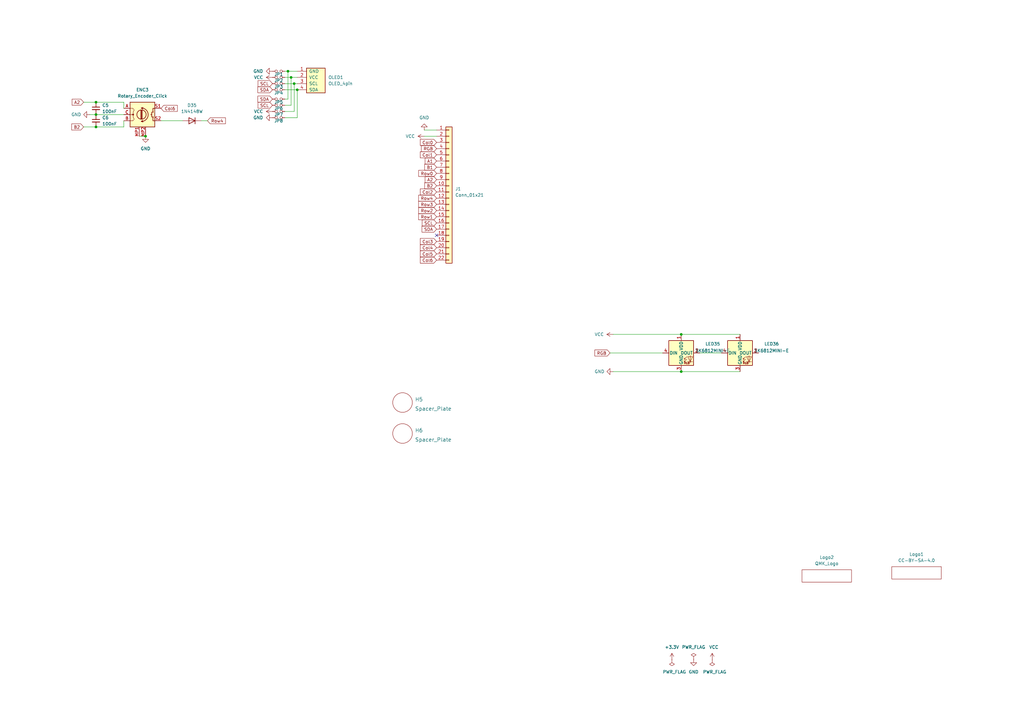
<source format=kicad_sch>
(kicad_sch (version 20211123) (generator eeschema)
  (paper "A3")
  (title_block (title "RefleXion 65 - Large Module") (date "2022-10-10") (rev "v1.0.0") (company "Tweety's Wild Thinking") (comment 1 "Design: Markus Knutsson <markus.knutsson@tweety.se>") (comment 2 "Concept: Pedro Quaresma <pq@live.ie>") (comment 3 "https://github.com/TweetyDaBird") (comment 4 "Licensed under Creative Commons BY-SA 4.0 International "))
  (lib_symbols
    (symbol "Connector_Generic:Conn_01x22" (pin_names (offset 1.016) hide)
      (property "Reference" "J" (at 0 27.94 0))
      (property "Value" "Conn_01x22" (at 0 -30.48 0))
      (symbol "Conn_01x22_1_1"
        (rectangle (start -1.27 -27.813) (end 0 -28.067) (stroke (width 0.1524)))
        (rectangle (start -1.27 -25.273) (end 0 -25.527) (stroke (width 0.1524)))
        (rectangle (start -1.27 -22.733) (end 0 -22.987) (stroke (width 0.1524)))
        (rectangle (start -1.27 -20.193) (end 0 -20.447) (stroke (width 0.1524)))
        (rectangle (start -1.27 -17.653) (end 0 -17.907) (stroke (width 0.1524)))
        (rectangle (start -1.27 -15.113) (end 0 -15.367) (stroke (width 0.1524)))
        (rectangle (start -1.27 -12.573) (end 0 -12.827) (stroke (width 0.1524)))
        (rectangle (start -1.27 -10.033) (end 0 -10.287) (stroke (width 0.1524)))
        (rectangle (start -1.27 -7.493) (end 0 -7.747) (stroke (width 0.1524)))
        (rectangle (start -1.27 -4.953) (end 0 -5.207) (stroke (width 0.1524)))
        (rectangle (start -1.27 -2.413) (end 0 -2.667) (stroke (width 0.1524)))
        (rectangle (start -1.27 0.127) (end 0 -0.127) (stroke (width 0.1524)))
        (rectangle (start -1.27 2.667) (end 0 2.413) (stroke (width 0.1524)))
        (rectangle (start -1.27 5.207) (end 0 4.953) (stroke (width 0.1524)))
        (rectangle (start -1.27 7.747) (end 0 7.493) (stroke (width 0.1524)))
        (rectangle (start -1.27 10.287) (end 0 10.033) (stroke (width 0.1524)))
        (rectangle (start -1.27 12.827) (end 0 12.573) (stroke (width 0.1524)))
        (rectangle (start -1.27 15.367) (end 0 15.113) (stroke (width 0.1524)))
        (rectangle (start -1.27 17.907) (end 0 17.653) (stroke (width 0.1524)))
        (rectangle (start -1.27 20.447) (end 0 20.193) (stroke (width 0.1524)))
        (rectangle (start -1.27 22.987) (end 0 22.733) (stroke (width 0.1524)))
        (rectangle (start -1.27 25.527) (end 0 25.273) (stroke (width 0.1524)))
        (rectangle (start -1.27 26.67) (end 1.27 -29.21) (stroke (width 0.254)) (fill (type background)))
        (pin passive line (at -5.08 25.4 0) (length 3.81) (name "Pin_1") (number "1"))
        (pin passive line (at -5.08 2.54 0) (length 3.81) (name "Pin_10") (number "10"))
        (pin passive line (at -5.08 0 0) (length 3.81) (name "Pin_11") (number "11"))
        (pin passive line (at -5.08 -2.54 0) (length 3.81) (name "Pin_12") (number "12"))
        (pin passive line (at -5.08 -5.08 0) (length 3.81) (name "Pin_13") (number "13"))
        (pin passive line (at -5.08 -7.62 0) (length 3.81) (name "Pin_14") (number "14"))
        (pin passive line (at -5.08 -10.16 0) (length 3.81) (name "Pin_15") (number "15"))
        (pin passive line (at -5.08 -12.7 0) (length 3.81) (name "Pin_16") (number "16"))
        (pin passive line (at -5.08 -15.24 0) (length 3.81) (name "Pin_17") (number "17"))
        (pin passive line (at -5.08 -17.78 0) (length 3.81) (name "Pin_18") (number "18"))
        (pin passive line (at -5.08 -20.32 0) (length 3.81) (name "Pin_19") (number "19"))
        (pin passive line (at -5.08 22.86 0) (length 3.81) (name "Pin_2") (number "2"))
        (pin passive line (at -5.08 -22.86 0) (length 3.81) (name "Pin_20") (number "20"))
        (pin passive line (at -5.08 -25.4 0) (length 3.81) (name "Pin_21") (number "21"))
        (pin passive line (at -5.08 -27.94 0) (length 3.81) (name "Pin_22") (number "22"))
        (pin passive line (at -5.08 20.32 0) (length 3.81) (name "Pin_3") (number "3"))
        (pin passive line (at -5.08 17.78 0) (length 3.81) (name "Pin_4") (number "4"))
        (pin passive line (at -5.08 15.24 0) (length 3.81) (name "Pin_5") (number "5"))
        (pin passive line (at -5.08 12.7 0) (length 3.81) (name "Pin_6") (number "6"))
        (pin passive line (at -5.08 10.16 0) (length 3.81) (name "Pin_7") (number "7"))
        (pin passive line (at -5.08 7.62 0) (length 3.81) (name "Pin_8") (number "8"))
        (pin passive line (at -5.08 5.08 0) (length 3.81) (name "Pin_9") (number "9"))
      )
    )
    (symbol "Device:C_Small" (pin_numbers hide) (pin_names (offset 0.254) hide)
      (property "Reference" "C" (at 0.254 1.778 0))
      (property "Value" "C_Small" (at 0.254 -2.032 0))
      (symbol "C_Small_0_1"
        (polyline (pts (xy -1.524 -0.508) (xy 1.524 -0.508)) (stroke (width 0.3302)))
        (polyline (pts (xy -1.524 0.508) (xy 1.524 0.508)) (stroke (width 0.3048)))
      )
      (symbol "C_Small_1_1"
        (pin passive line (at 0 2.54 270) (length 2.032) (name "~") (number "1"))
        (pin passive line (at 0 -2.54 90) (length 2.032) (name "~") (number "2"))
      )
    )
    (symbol "Device:Jumper_NO_Small" (pin_numbers hide) (pin_names (offset 0.762) hide)
      (property "Reference" "JP" (at 0 2.032 0))
      (property "Value" "Jumper_NO_Small" (at 0.254 -1.524 0))
      (symbol "Jumper_NO_Small_0_1"
        (circle (center -1.016 0) (radius 0.508))
        (circle (center 1.016 0) (radius 0.508))
        (pin passive line (at -2.54 0 0) (length 1.016) (name "1") (number "1"))
        (pin passive line (at 2.54 0 180) (length 1.016) (name "2") (number "2"))
      )
    )
    (symbol "Diode:1N4148W" (pin_numbers hide) (pin_names (offset 1.016) hide)
      (property "Reference" "D" (at 0 2.54 0))
      (property "Value" "1N4148W" (at 0 -2.54 0))
      (symbol "1N4148W_0_1"
        (polyline (pts (xy -1.27 1.27) (xy -1.27 -1.27)) (stroke (width 0.254)))
        (polyline (pts (xy 1.27 0) (xy -1.27 0)))
        (polyline (pts (xy 1.27 1.27) (xy 1.27 -1.27) (xy -1.27 0) (xy 1.27 1.27)) (stroke (width 0.254)))
      )
      (symbol "1N4148W_1_1"
        (pin passive line (at -3.81 0 0) (length 2.54) (name "K") (number "1"))
        (pin passive line (at 3.81 0 180) (length 2.54) (name "A") (number "2"))
      )
    )
    (symbol "Keyboard Common:OLED_4pin" (pin_names (offset 1.016))
      (property "Reference" "OLED" (at 0 5.08 0))
      (property "Value" "OLED_4pin" (at 0 -7.62 0))
      (symbol "OLED_4pin_1_1"
        (rectangle (start -1.27 3.81) (end 6.35 -6.35) (stroke (width 0.254)) (fill (type background)))
        (pin passive line (at -5.08 2.54 0) (length 3.81) (name "GND") (number "1"))
        (pin passive line (at -5.08 0 0) (length 3.81) (name "VCC") (number "2"))
        (pin passive line (at -5.08 -2.54 0) (length 3.81) (name "SCL") (number "3"))
        (pin passive line (at -5.08 -5.08 0) (length 3.81) (name "SDA") (number "4"))
      )
    )
    (symbol "Keyboard Switches:Rotary_Encoder_Click" (pin_names (offset 0.254) hide)
      (property "Reference" "ENC" (at 0 6.604 0))
      (property "Value" "Rotary_Encoder_Click" (at 0 8.89 0))
      (symbol "Rotary_Encoder_Click_0_1"
        (rectangle (start -5.08 5.08) (end 5.08 -5.08) (stroke (width 0.254)) (fill (type background)))
        (circle (center -3.81 0) (radius 0.254) (fill (type outline)))
        (arc (start -0.381 -2.794) (mid 2.3622 -0.0508) (end -0.381 2.667) (stroke (width 0.254)))
        (circle (center -0.381 0) (radius 1.905) (stroke (width 0.254)))
        (polyline (pts (xy -0.635 -1.778) (xy -0.635 1.778)) (stroke (width 0.254)))
        (polyline (pts (xy -0.381 -1.778) (xy -0.381 1.778)) (stroke (width 0.254)))
        (polyline (pts (xy -0.127 1.778) (xy -0.127 -1.778)) (stroke (width 0.254)))
        (polyline (pts (xy 3.81 0) (xy 3.429 0)) (stroke (width 0.254)))
        (polyline (pts (xy 3.81 1.016) (xy 3.81 -1.016)) (stroke (width 0.254)))
        (polyline (pts (xy -5.08 -2.54) (xy -3.81 -2.54) (xy -3.81 -2.032)))
        (polyline (pts (xy -5.08 2.54) (xy -3.81 2.54) (xy -3.81 2.032)))
        (polyline (pts (xy 0.254 -3.048) (xy -0.508 -2.794) (xy 0.127 -2.413)) (stroke (width 0.254)))
        (polyline (pts (xy 0.254 2.921) (xy -0.508 2.667) (xy 0.127 2.286)) (stroke (width 0.254)))
        (polyline (pts (xy 5.08 -2.54) (xy 4.318 -2.54) (xy 4.318 -1.016)) (stroke (width 0.254)))
        (polyline (pts (xy 5.08 2.54) (xy 4.318 2.54) (xy 4.318 1.016)) (stroke (width 0.254)))
        (polyline (pts (xy -5.08 0) (xy -3.81 0) (xy -3.81 -1.016) (xy -3.302 -2.032)))
        (polyline (pts (xy -4.318 0) (xy -3.81 0) (xy -3.81 1.016) (xy -3.302 2.032)))
        (circle (center 4.318 -1.016) (radius 0.127) (stroke (width 0.254)))
        (circle (center 4.318 1.016) (radius 0.127) (stroke (width 0.254)))
      )
      (symbol "Rotary_Encoder_Click_1_1"
        (pin passive line (at -7.62 2.54 0) (length 2.54) (name "A") (number "A"))
        (pin passive line (at -7.62 -2.54 0) (length 2.54) (name "B") (number "B"))
        (pin passive line (at -7.62 0 0) (length 2.54) (name "C") (number "C"))
        (pin power_in line (at -1.27 -8.89 90) (length 3.7084) (name "GND") (number "MP1"))
        (pin power_in line (at 1.27 -8.89 90) (length 3.7592) (name "GND") (number "MP2"))
        (pin passive line (at 7.62 2.54 180) (length 2.54) (name "S1") (number "S1"))
        (pin passive line (at 7.62 -2.54 180) (length 2.54) (name "S2") (number "S2"))
      )
    )
    (symbol "Keyboard_Plate:Spacer_Plate" (pin_names (offset 1.016))
      (property "Reference" "H1" (at 4.7244 1.3462 0))
      (property "Value" "Spacer_Plate" (at 4.7244 -1.3462 0))
      (symbol "Spacer_Plate_0_1"
        (circle (center 0 0) (radius 4.0132))
      )
    )
    (symbol "Logotypes:CC-BY-SA-4.0" (pin_names (offset 1.016))
      (property "Reference" "Logo" (at 0 1.27 0))
      (property "Value" "CC-BY-SA-4.0" (at 0 -1.27 0))
      (symbol "CC-BY-SA-4.0_0_1"
        (rectangle (start -10.16 2.54) (end 10.16 -2.54))
      )
    )
    (symbol "Logotypes:QMK_Logo" (pin_numbers hide) (pin_names (offset 0) hide) (in_bom no)
      (property "Reference" "Logo" (at 0 0 0))
      (property "Value" "QMK_Logo" (at 0 2.54 0))
      (symbol "QMK_Logo_0_1"
        (rectangle (start -10.16 3.81) (end 10.16 -1.27))
      )
    )
    (symbol "SK6812MINI-E_33" (pin_names (offset 0.254))
      (property "Reference" "RGB" (at 5.08 5.715 0))
      (symbol "SK6812MINI-E_33_0_0"
        (text "RGB" (at 2.286 -4.191 0) (effects (font (size 0.762 0.762))))
      )
      (symbol "SK6812MINI-E_33_0_1"
        (polyline (pts (xy 1.27 -3.556) (xy 1.778 -3.556)))
        (polyline (pts (xy 1.27 -2.54) (xy 1.778 -2.54)))
        (polyline (pts (xy 4.699 -3.556) (xy 2.667 -3.556)))
        (polyline (pts (xy 2.286 -2.54) (xy 1.27 -3.556) (xy 1.27 -3.048)))
        (polyline (pts (xy 2.286 -1.524) (xy 1.27 -2.54) (xy 1.27 -2.032)))
        (polyline (pts (xy 3.683 -1.016) (xy 3.683 -3.556) (xy 3.683 -4.064)))
        (polyline (pts (xy 4.699 -1.524) (xy 2.667 -1.524) (xy 3.683 -3.556) (xy 4.699 -1.524)))
        (rectangle (start 5.08 5.08) (end -5.08 -5.08) (stroke (width 0.254)) (fill (type background)))
      )
      (symbol "SK6812MINI-E_33_1_1"
        (pin power_in line (at 0 7.62 270) (length 2.54) (name "VDD") (number "1"))
        (pin output line (at 7.62 0 180) (length 2.54) (name "DOUT") (number "2"))
        (pin power_in line (at 0 -7.62 90) (length 2.54) (name "GND") (number "3"))
        (pin input line (at -7.62 0 0) (length 2.54) (name "DIN") (number "4"))
      )
    )
    (symbol "power:+3.3V" (power) (pin_names (offset 0))
      (property "Value" "+3.3V" (at 0 3.556 0))
      (symbol "+3.3V_0_1"
        (polyline (pts (xy -0.762 1.27) (xy 0 2.54)))
        (polyline (pts (xy 0 0) (xy 0 2.54)))
        (polyline (pts (xy 0 2.54) (xy 0.762 1.27)))
      )
      (symbol "+3.3V_1_1"
        (pin power_in line (at 0 0 90) (length 0) hide (name "+3.3V") (number "1"))
      )
    )
    (symbol "power:GND" (power) (pin_names (offset 0))
      (property "Value" "GND" (at 0 -3.81 0))
      (symbol "GND_0_1"
        (polyline (pts (xy 0 0) (xy 0 -1.27) (xy 1.27 -1.27) (xy 0 -2.54) (xy -1.27 -1.27) (xy 0 -1.27)))
      )
      (symbol "GND_1_1"
        (pin power_in line (at 0 0 270) (length 0) hide (name "GND") (number "1"))
      )
    )
    (symbol "power:PWR_FLAG" (power) (pin_numbers hide) (pin_names (offset 0) hide)
      (property "Value" "PWR_FLAG" (at 0 3.81 0))
      (symbol "PWR_FLAG_0_0"
        (pin power_out line (at 0 0 90) (length 0) (name "pwr") (number "1"))
      )
      (symbol "PWR_FLAG_0_1"
        (polyline (pts (xy 0 0) (xy 0 1.27) (xy -1.016 1.905) (xy 0 2.54) (xy 1.016 1.905) (xy 0 1.27)))
      )
    )
    (symbol "power:VCC" (power) (pin_names (offset 0))
      (property "Value" "VCC" (at 0 3.81 0))
      (symbol "VCC_0_1"
        (polyline (pts (xy -0.762 1.27) (xy 0 2.54)))
        (polyline (pts (xy 0 0) (xy 0 2.54)))
        (polyline (pts (xy 0 2.54) (xy 0.762 1.27)))
      )
      (symbol "VCC_1_1"
        (pin power_in line (at 0 0 90) (length 0) hide (name "VCC") (number "1"))
      )
    )
  )
  (junction (at 279.4 152.4))
  (junction (at 119.38 31.75))
  (junction (at 118.11 29.21))
  (junction (at 39.37 46.99))
  (junction (at 121.92 36.83))
  (junction (at 120.65 34.29))
  (junction (at 59.69 55.88))
  (junction (at 39.37 52.07))
  (junction (at 279.4 137.16))
  (junction (at 39.37 41.91))
  (no_connect (at 179.07 96.52))
  (wire (pts (xy 118.11 29.21) (xy 118.11 40.64)))
  (wire (pts (xy 120.65 34.29) (xy 116.84 34.29)))
  (wire (pts (xy 57.15 55.88) (xy 59.69 55.88)))
  (wire (pts (xy 250.19 144.78) (xy 271.78 144.78)))
  (wire (pts (xy 39.37 46.99) (xy 50.8 46.99)))
  (wire (pts (xy 34.29 52.07) (xy 39.37 52.07)))
  (wire (pts (xy 173.99 53.34) (xy 179.07 53.34)))
  (wire (pts (xy 34.29 41.91) (xy 39.37 41.91)))
  (wire (pts (xy 279.4 137.16) (xy 303.53 137.16)))
  (wire (pts (xy 66.04 49.53) (xy 74.93 49.53)))
  (wire (pts (xy 121.92 34.29) (xy 120.65 34.29)))
  (wire (pts (xy 50.8 49.53) (xy 50.8 52.07)))
  (wire (pts (xy 116.84 29.21) (xy 118.11 29.21)))
  (wire (pts (xy 39.37 41.91) (xy 50.8 41.91)))
  (wire (pts (xy 121.92 48.26) (xy 116.84 48.26)))
  (wire (pts (xy 121.92 29.21) (xy 118.11 29.21)))
  (wire (pts (xy 85.09 49.53) (xy 82.55 49.53)))
  (wire (pts (xy 119.38 31.75) (xy 119.38 43.18)))
  (wire (pts (xy 121.92 36.83) (xy 121.92 48.26)))
  (wire (pts (xy 116.84 45.72) (xy 120.65 45.72)))
  (wire (pts (xy 36.83 46.99) (xy 39.37 46.99)))
  (wire (pts (xy 120.65 45.72) (xy 120.65 34.29)))
  (wire (pts (xy 116.84 40.64) (xy 118.11 40.64)))
  (wire (pts (xy 279.4 152.4) (xy 303.53 152.4)))
  (wire (pts (xy 173.99 55.88) (xy 179.07 55.88)))
  (wire (pts (xy 50.8 44.45) (xy 50.8 41.91)))
  (wire (pts (xy 295.91 144.78) (xy 287.02 144.78)))
  (wire (pts (xy 121.92 31.75) (xy 119.38 31.75)))
  (wire (pts (xy 119.38 43.18) (xy 116.84 43.18)))
  (wire (pts (xy 251.46 137.16) (xy 279.4 137.16)))
  (wire (pts (xy 116.84 31.75) (xy 119.38 31.75)))
  (wire (pts (xy 50.8 52.07) (xy 39.37 52.07)))
  (wire (pts (xy 121.92 36.83) (xy 116.84 36.83)))
  (wire (pts (xy 251.46 152.4) (xy 279.4 152.4)))
  (global_label "Row4" (shape input) (at 179.07 81.28 180) (property "Intersheet References" "${INTERSHEET_REFS}" (effects hide)))
  (global_label "Col6" (shape input) (at 66.04 44.45 0) (property "Intersheet References" "${INTERSHEET_REFS}" (effects hide)))
  (global_label "SDA" (shape input) (at 111.76 40.64 180) (property "Intersheet References" "${INTERSHEET_REFS}" (effects hide)))
  (global_label "RGB" (shape input) (at 250.19 144.78 180) (property "Intersheet References" "${INTERSHEET_REFS}" (effects hide)))
  (global_label "Col3" (shape input) (at 179.07 99.06 180) (property "Intersheet References" "${INTERSHEET_REFS}" (effects hide)))
  (global_label "B2" (shape input) (at 179.07 76.2 180) (property "Intersheet References" "${INTERSHEET_REFS}" (effects hide)))
  (global_label "Row4" (shape input) (at 85.09 49.53 0) (property "Intersheet References" "${INTERSHEET_REFS}" (effects hide)))
  (global_label "A1" (shape input) (at 179.07 66.04 180) (property "Intersheet References" "${INTERSHEET_REFS}" (effects hide)))
  (global_label "Col2" (shape input) (at 179.07 78.74 180) (property "Intersheet References" "${INTERSHEET_REFS}" (effects hide)))
  (global_label "SCL" (shape input) (at 179.07 91.44 180) (property "Intersheet References" "${INTERSHEET_REFS}" (effects hide)))
  (global_label "Row1" (shape input) (at 179.07 88.9 180) (property "Intersheet References" "${INTERSHEET_REFS}" (effects hide)))
  (global_label "SDA" (shape input) (at 179.07 93.98 180) (property "Intersheet References" "${INTERSHEET_REFS}" (effects hide)))
  (global_label "Col5" (shape input) (at 179.07 104.14 180) (property "Intersheet References" "${INTERSHEET_REFS}" (effects hide)))
  (global_label "Row2" (shape input) (at 179.07 86.36 180) (property "Intersheet References" "${INTERSHEET_REFS}" (effects hide)))
  (global_label "RGB" (shape input) (at 179.07 60.96 180) (property "Intersheet References" "${INTERSHEET_REFS}" (effects hide)))
  (global_label "B1" (shape input) (at 179.07 68.58 180) (property "Intersheet References" "${INTERSHEET_REFS}" (effects hide)))
  (global_label "Col6" (shape input) (at 179.07 106.68 180) (property "Intersheet References" "${INTERSHEET_REFS}" (effects hide)))
  (global_label "SDA" (shape input) (at 111.76 36.83 180) (property "Intersheet References" "${INTERSHEET_REFS}" (effects hide)))
  (global_label "Col0" (shape input) (at 179.07 58.42 180) (property "Intersheet References" "${INTERSHEET_REFS}" (effects hide)))
  (global_label "A2" (shape input) (at 34.29 41.91 180) (property "Intersheet References" "${INTERSHEET_REFS}" (effects hide)))
  (global_label "Row3" (shape input) (at 179.07 83.82 180) (property "Intersheet References" "${INTERSHEET_REFS}" (effects hide)))
  (global_label "A2" (shape input) (at 179.07 73.66 180) (property "Intersheet References" "${INTERSHEET_REFS}" (effects hide)))
  (global_label "SCL" (shape input) (at 111.76 34.29 180) (property "Intersheet References" "${INTERSHEET_REFS}" (effects hide)))
  (global_label "SCL" (shape input) (at 111.76 43.18 180) (property "Intersheet References" "${INTERSHEET_REFS}" (effects hide)))
  (global_label "Col4" (shape input) (at 179.07 101.6 180) (property "Intersheet References" "${INTERSHEET_REFS}" (effects hide)))
  (global_label "Col1" (shape input) (at 179.07 63.5 180) (property "Intersheet References" "${INTERSHEET_REFS}" (effects hide)))
  (global_label "Row0" (shape input) (at 179.07 71.12 180) (property "Intersheet References" "${INTERSHEET_REFS}" (effects hide)))
  (global_label "B2" (shape input) (at 34.29 52.07 180) (property "Intersheet References" "${INTERSHEET_REFS}" (effects hide)))
  (symbol (lib_id "Keyboard Common:OLED_4pin") (at 127 31.75 0) (unit 1)
    (property "Reference" "OLED1" (at 134.62 31.7499 0) (effects (justify left)))
    (property "Value" "OLED_4pin" (at 134.62 34.2899 0) (effects (justify left)))
    (property "Footprint" "Keyboard Common:SSD1306-0.91-OLED-4pin-128x32" (effects hide))
  )
  (symbol (lib_id "power:GND") (at 36.83 46.99 270) (unit 1)
    (property "Reference" "#PWR011" (effects hide))
    (property "Value" "GND" (at 29.21 46.99 90) (effects (justify left)))
  )
  (symbol (lib_name "SK6812MINI-E_33") (lib_id "Keyboard Common:SK6812MINI-E") (at 303.53 144.78 0) (unit 1)
    (property "Reference" "LED36" (at 316.4666 141.0548 0))
    (property "Value" "SK6812MINI-E" (at 316.4666 143.8299 0))
    (property "Footprint" "Keyboard RGB:MX_SK6812MINI-E_REVERSIBLE" (effects hide))
    (property "Datasheet" "https://cdn-shop.adafruit.com/product-files/2686/SK6812MINI_REV.01-1-2.pdf" (effects hide))
  )
  (symbol (lib_id "Keyboard Switches:Rotary_Encoder_Click") (at 58.42 46.99 0) (unit 1)
    (property "Reference" "ENC3" (at 58.42 36.83 0))
    (property "Value" "Rotary_Encoder_Click" (at 58.42 39.37 0))
    (property "Footprint" "Keyboard Encoders:Encoder_Alps_EC11E_Small" (effects hide))
  )
  (symbol (lib_id "power:GND") (at 59.69 55.88 0) (unit 1)
    (property "Reference" "#PWR012" (effects hide))
    (property "Value" "GND" (at 59.69 60.96 0))
  )
  (symbol (lib_id "Device:Jumper_NO_Small") (at 114.3 40.64 0) (mirror y) (unit 1)
    (property "Reference" "JP5" (at 114.3 41.91 0))
    (property "Value" "Jumper_NO_Small" (effects hide))
    (property "Footprint" "Keyboard Common:Jumper_Mini" (effects hide))
  )
  (symbol (lib_id "power:GND") (at 251.46 152.4 270) (unit 1)
    (property "Reference" "#PWR016" (effects hide))
    (property "Value" "GND" (at 243.84 152.4 90) (effects (justify left)))
  )
  (symbol (lib_id "Device:Jumper_NO_Small") (at 114.3 36.83 0) (mirror y) (unit 1)
    (property "Reference" "JP4" (at 114.3 38.1 0))
    (property "Value" "Jumper_NO_Small" (effects hide))
    (property "Footprint" "Keyboard Common:Jumper_Mini" (effects hide))
  )
  (symbol (lib_id "Logotypes:QMK_Logo") (at 339.09 237.49 0) (unit 1) (in_bom no)
    (property "Reference" "Logo2" (at 339.09 228.6 0))
    (property "Value" "QMK_Logo" (at 339.09 231.14 0))
    (property "Footprint" "Logotypes:Powered_by_QMK" (effects hide))
  )
  (symbol (lib_name "SK6812MINI-E_33") (lib_id "Keyboard Common:SK6812MINI-E") (at 279.4 144.78 0) (unit 1)
    (property "Reference" "LED35" (at 292.3366 141.0548 0))
    (property "Value" "SK6812MINI-E" (at 292.3366 143.8299 0))
    (property "Footprint" "Keyboard RGB:MX_SK6812MINI-E_REVERSIBLE" (effects hide))
    (property "Datasheet" "https://cdn-shop.adafruit.com/product-files/2686/SK6812MINI_REV.01-1-2.pdf" (effects hide))
  )
  (symbol (lib_id "Device:Jumper_NO_Small") (at 114.3 34.29 0) (mirror y) (unit 1)
    (property "Reference" "JP3" (at 114.3 35.56 0))
    (property "Value" "Jumper_NO_Small" (effects hide))
    (property "Footprint" "Keyboard Common:Jumper_Mini" (effects hide))
  )
  (symbol (lib_id "Device:C_Small") (at 39.37 44.45 0) (unit 1)
    (property "Reference" "C5" (at 41.91 43.1862 0) (effects (justify left)))
    (property "Value" "100nF" (at 41.91 45.7262 0) (effects (justify left)))
    (property "Footprint" "Capacitor_SMD:C_0603_1608Metric_Pad1.08x0.95mm_HandSolder" (effects hide))
  )
  (symbol (lib_id "power:GND") (at 173.99 53.34 0) (mirror x) (unit 1)
    (property "Reference" "#PWR02" (effects hide))
    (property "Value" "GND" (at 173.99 48.26 0))
  )
  (symbol (lib_id "power:PWR_FLAG") (at 275.59 270.51 180) (unit 1)
    (property "Reference" "#FLG0103" (effects hide))
    (property "Value" "PWR_FLAG" (at 271.78 275.59 0) (effects (justify right)))
  )
  (symbol (lib_id "power:+3.3V") (at 275.59 270.51 0) (unit 1)
    (property "Reference" "#PWR0114" (effects hide))
    (property "Value" "+3.3V" (at 275.59 265.43 0))
  )
  (symbol (lib_id "power:VCC") (at 111.76 31.75 90) (mirror x) (unit 1)
    (property "Reference" "#PWR0121" (effects hide))
    (property "Value" "VCC" (at 107.95 31.75 90) (effects (justify left)))
  )
  (symbol (lib_id "Keyboard_Plate:Spacer_Plate") (at 165.1 165.1 0) (unit 1)
    (property "Reference" "H5" (at 170.18 163.83 0) (effects (font (size 1.524 1.524)) (justify left)))
    (property "Value" "Spacer_Plate" (at 170.18 167.64 0) (effects (font (size 1.524 1.524)) (justify left)))
    (property "Footprint" "Keyboard_Plate:Spacer Plate hole" (effects hide))
  )
  (symbol (lib_id "Logotypes:CC-BY-SA-4.0") (at 375.92 234.95 0) (unit 1)
    (property "Reference" "Logo1" (at 375.92 227.33 0))
    (property "Value" "CC-BY-SA-4.0" (at 375.92 229.87 0))
    (property "Footprint" "Logotypes:CC_BY_SA_40" (effects hide))
  )
  (symbol (lib_id "Device:Jumper_NO_Small") (at 114.3 43.18 0) (mirror y) (unit 1)
    (property "Reference" "JP6" (at 114.3 44.45 0))
    (property "Value" "Jumper_NO_Small" (effects hide))
    (property "Footprint" "Keyboard Common:Jumper_Mini" (effects hide))
  )
  (symbol (lib_id "Keyboard_Plate:Spacer_Plate") (at 165.1 177.8 0) (unit 1)
    (property "Reference" "H6" (at 170.18 176.53 0) (effects (font (size 1.524 1.524)) (justify left)))
    (property "Value" "Spacer_Plate" (at 170.18 180.34 0) (effects (font (size 1.524 1.524)) (justify left)))
    (property "Footprint" "Keyboard_Plate:Spacer Plate hole" (effects hide))
  )
  (symbol (lib_id "Device:Jumper_NO_Small") (at 114.3 31.75 0) (mirror y) (unit 1)
    (property "Reference" "JP2" (at 114.3 33.02 0))
    (property "Value" "Jumper_NO_Small" (effects hide))
    (property "Footprint" "Keyboard Common:Jumper_Mini" (effects hide))
  )
  (symbol (lib_id "power:VCC") (at 111.76 45.72 90) (unit 1)
    (property "Reference" "#PWR0119" (effects hide))
    (property "Value" "VCC" (at 107.95 45.72 90) (effects (justify left)))
  )
  (symbol (lib_id "Diode:1N4148W") (at 78.74 49.53 180) (unit 1)
    (property "Reference" "D35" (at 78.74 43.18 0))
    (property "Value" "1N4148W" (at 78.74 45.72 0))
    (property "Footprint" "Diode_SMD:D_SOD-123" (effects hide))
    (property "Datasheet" "https://www.vishay.com/docs/85748/1n4148w.pdf" (effects hide))
  )
  (symbol (lib_id "power:GND") (at 111.76 48.26 270) (mirror x) (unit 1)
    (property "Reference" "#PWR0118" (effects hide))
    (property "Value" "GND" (at 107.95 48.26 90) (effects (justify right)))
  )
  (symbol (lib_id "Device:Jumper_NO_Small") (at 114.3 48.26 0) (mirror y) (unit 1)
    (property "Reference" "JP8" (at 114.3 49.53 0))
    (property "Value" "Jumper_NO_Small" (effects hide))
    (property "Footprint" "Keyboard Common:Jumper_Mini" (effects hide))
  )
  (symbol (lib_id "Connector_Generic:Conn_01x22") (at 184.15 78.74 0) (unit 1)
    (property "Reference" "J1" (at 186.69 77.4699 0) (effects (justify left)))
    (property "Value" "Conn_01x21" (at 186.69 80.0099 0) (effects (justify left)))
    (property "Footprint" "Connector_PinHeader_2.54mm:PinHeader_1x22_P2.54mm_Vertical" (effects hide))
  )
  (symbol (lib_id "power:VCC") (at 251.46 137.16 90) (unit 1)
    (property "Reference" "#PWR015" (effects hide))
    (property "Value" "VCC" (at 243.84 137.16 90) (effects (justify right)))
  )
  (symbol (lib_id "Device:Jumper_NO_Small") (at 114.3 45.72 0) (mirror y) (unit 1)
    (property "Reference" "JP7" (at 114.3 46.99 0))
    (property "Value" "Jumper_NO_Small" (effects hide))
    (property "Footprint" "Keyboard Common:Jumper_Mini" (effects hide))
  )
  (symbol (lib_id "power:PWR_FLAG") (at 284.48 270.51 0) (unit 1)
    (property "Reference" "#FLG0101" (effects hide))
    (property "Value" "PWR_FLAG" (at 284.48 265.43 0))
  )
  (symbol (lib_id "power:GND") (at 111.76 29.21 270) (mirror x) (unit 1)
    (property "Reference" "#PWR0120" (effects hide))
    (property "Value" "GND" (at 107.95 29.21 90) (effects (justify right)))
  )
  (symbol (lib_id "power:VCC") (at 292.1 270.51 0) (unit 1)
    (property "Reference" "#PWR0102" (effects hide))
    (property "Value" "VCC" (at 290.83 265.43 0) (effects (justify left)))
  )
  (symbol (lib_id "Device:Jumper_NO_Small") (at 114.3 29.21 0) (mirror y) (unit 1)
    (property "Reference" "JP1" (at 114.3 30.48 0))
    (property "Value" "Jumper_NO_Small" (effects hide))
    (property "Footprint" "Keyboard Common:Jumper_Mini" (effects hide))
  )
  (symbol (lib_id "power:PWR_FLAG") (at 292.1 270.51 180) (unit 1)
    (property "Reference" "#FLG0102" (effects hide))
    (property "Value" "PWR_FLAG" (at 288.29 275.59 0) (effects (justify right)))
  )
  (symbol (lib_id "power:VCC") (at 173.99 55.88 90) (mirror x) (unit 1)
    (property "Reference" "#PWR03" (effects hide))
    (property "Value" "VCC" (at 170.18 55.8801 90) (effects (justify left)))
  )
  (symbol (lib_id "Device:C_Small") (at 39.37 49.53 0) (mirror y) (unit 1)
    (property "Reference" "C6" (at 41.91 48.2662 0) (effects (justify right)))
    (property "Value" "100nF" (at 41.91 50.8062 0) (effects (justify right)))
    (property "Footprint" "Capacitor_SMD:C_0603_1608Metric_Pad1.08x0.95mm_HandSolder" (effects hide))
  )
  (symbol (lib_id "power:GND") (at 284.48 270.51 0) (unit 1)
    (property "Reference" "#PWR0101" (effects hide))
    (property "Value" "GND" (at 284.48 275.59 0))
  )
)
</source>
